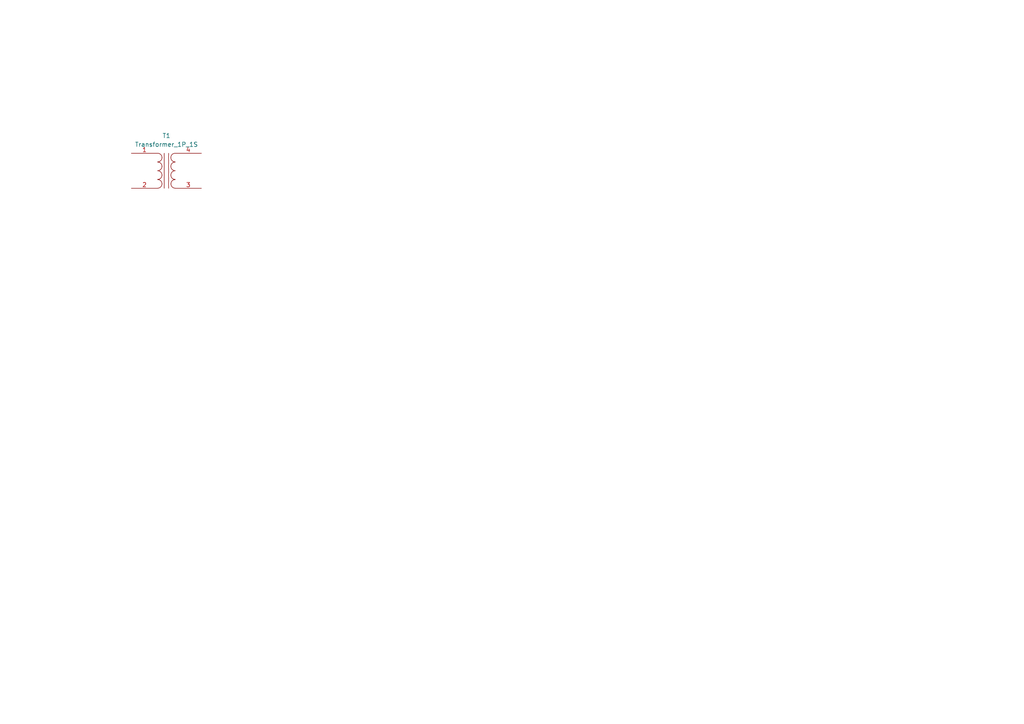
<source format=kicad_sch>
(kicad_sch (version 20250114) (generator "eeschema") (generator_version "9.0")
  (paper "A4")
  (lib_symbols
    (symbol "Device:Transformer_1P_1S" (pin_names (offset 1.016) (hide yes))
      (property "Reference" "T" (at 0 6.35 0))
      (property "Value" "Transformer_1P_1S" (at 0 -7.62 0))
      (symbol "Transformer_1P_1S_0_1"
        (arc (start -1.27 3.81) (mid -1.656 2.9336) (end -2.54 2.5654))
        (arc (start -1.27 1.27) (mid -1.656 0.3936) (end -2.54 0.0254))
        (arc (start -1.27 -1.27) (mid -1.656 -2.1464) (end -2.54 -2.5146))
        (arc (start -1.27 -3.81) (mid -1.656 -4.6864) (end -2.54 -5.0546))
        (arc (start -2.54 5.08) (mid -1.642 4.708) (end -1.27 3.81))
        (arc (start -2.54 2.54) (mid -1.642 2.168) (end -1.27 1.27))
        (arc (start -2.54 0) (mid -1.642 -0.372) (end -1.27 -1.27))
        (arc (start -2.54 -2.54) (mid -1.642 -2.912) (end -1.27 -3.81))
        (polyline (pts (xy -0.635 5.08) (xy -0.635 -5.08)))
        (polyline (pts (xy 0.635 -5.08) (xy 0.635 5.08)))
        (arc (start 1.2954 3.81) (mid 1.6457 4.7117) (end 2.54 5.08))
        (arc (start 1.2954 1.27) (mid 1.6457 2.1717) (end 2.54 2.54))
        (arc (start 1.2954 -1.27) (mid 1.6457 -0.3683) (end 2.54 0))
        (arc (start 2.54 2.5654) (mid 1.6599 2.9299) (end 1.2954 3.81))
        (arc (start 2.54 0.0254) (mid 1.6599 0.3899) (end 1.2954 1.27))
        (arc (start 2.54 -2.5146) (mid 1.6599 -2.1501) (end 1.2954 -1.27))
        (arc (start 1.3208 -3.81) (mid 1.6711 -2.9085) (end 2.5654 -2.54))
        (arc (start 2.5654 -5.0546) (mid 1.6851 -4.6902) (end 1.3208 -3.81))
      )
      (symbol "Transformer_1P_1S_1_1"
        (pin passive line (at -10.16 5.08 0) (length 7.62) (name "AA") (number "1"))
        (pin passive line (at -10.16 -5.08 0) (length 7.62) (name "AB") (number "2"))
        (pin passive line (at 10.16 5.08 180) (length 7.62) (name "SB") (number "4"))
        (pin passive line (at 10.16 -5.08 180) (length 7.62) (name "SA") (number "3"))
      )
    )
  )
  (symbol (lib_id "Device:Transformer_1P_1S") (at 48.26 49.53 0) (unit 1)
    (property "Reference" "T1" (at 48.2727 39.37 0))
    (property "Value" "Transformer_1P_1S" (at 48.2727 41.91 0))
    (property "Description" "Transformer, single primary, single secondary" (effects (hide yes)))
  )
)
</source>
